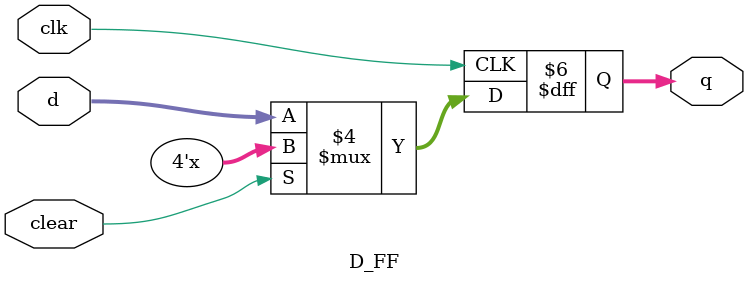
<source format=v>
module D_FF(d,clk,clear,q);
input [3:0]d;
input clk,clear;
output reg [3:0]q;
always @(negedge clk)
begin
if(clear==1)
q<=4'bx;
else
q<=d;
end
endmodule 
</source>
